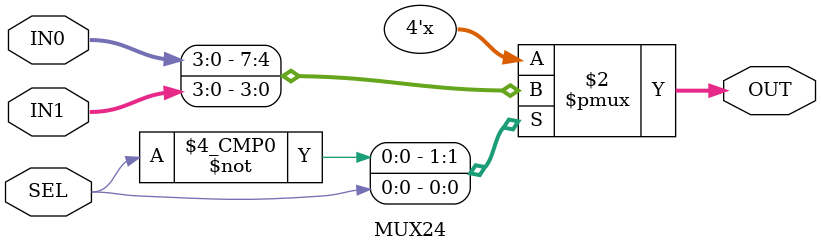
<source format=v>
`timescale 10ps / 1ps
module MUX24( SEL, IN0,IN1, OUT );

parameter size = 4;
input SEL;
input [size-1:0] IN0;
input [size-1:0] IN1;
output reg [size-1:0] OUT;



always@(SEL,IN0,IN1)
	begin
	 case (SEL) 
	   1'b0 : OUT = IN0;
	   1'b1 : OUT = IN1;
	endcase
end 

endmodule
</source>
